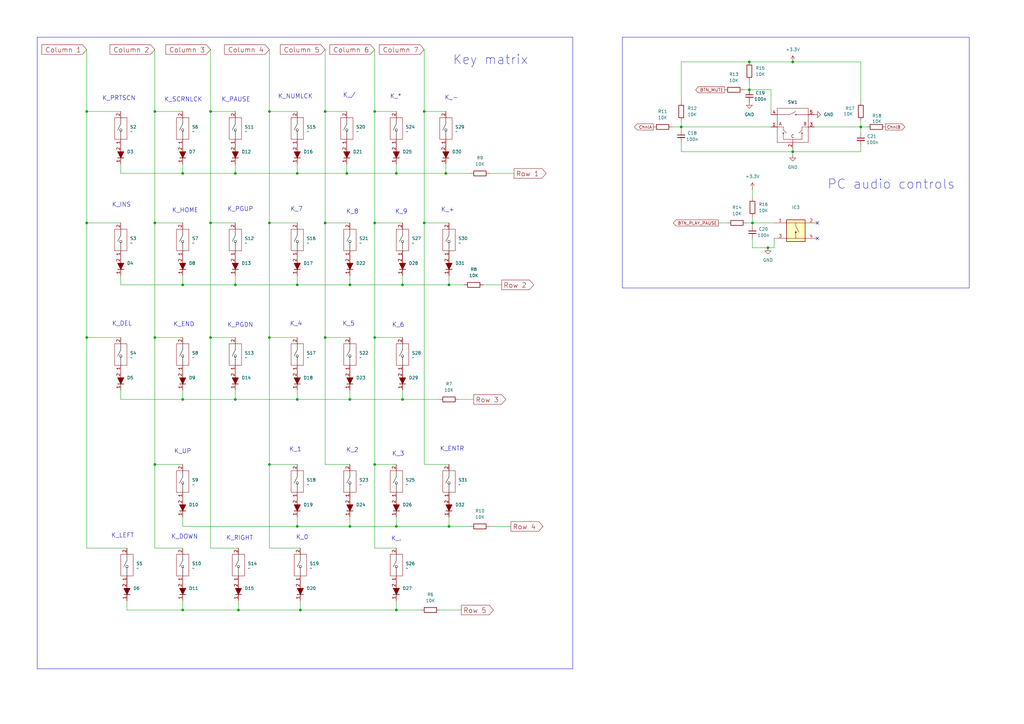
<source format=kicad_sch>
(kicad_sch (version 20250114) (generator "eeschema") (generator_version "9.0")
  (paper "A3")
  (rectangle (start 255.27 15.24) (end 397.51 118.11))
  (rectangle (start 15.24 15.24) (end 234.95 274.32))
  (text "K_NUMLCK\n" (at 121.158 39.624 0) (effects (font (size 1.8 1.8))))
  (text "K_END\n" (at 75.438 133.096 0) (effects (font (size 1.8 1.8))))
  (text "K_." (at 162.56 220.98 0) (effects (font (size 1.8 1.8))))
  (text "K_7\n" (at 121.666 85.852 0) (effects (font (size 1.8 1.8))))
  (text "K_UP" (at 74.93 185.166 0) (effects (font (size 1.8 1.8))))
  (text "PC audio controls" (at 365.506 75.692 0) (effects (font (size 3.81 3.81))))
  (text "K_ENTR" (at 185.42 184.15 0) (effects (font (size 1.8 1.8))))
  (text "K_-" (at 185.166 40.132 0) (effects (font (size 1.8 1.8))))
  (text "K_1" (at 121.158 184.404 0) (effects (font (size 1.8 1.8))))
  (text "K_4" (at 121.412 132.842 0) (effects (font (size 1.8 1.8))))
  (text "K_DEL" (at 50.038 132.842 0) (effects (font (size 1.8 1.8))))
  (text "K_HOME\n" (at 75.946 86.36 0) (effects (font (size 1.8 1.8))))
  (text "K_0" (at 123.952 220.472 0) (effects (font (size 1.8 1.8))))
  (text "K_INS\n" (at 49.784 84.074 0) (effects (font (size 1.8 1.8))))
  (text "K_PAUSE\n" (at 96.774 40.894 0) (effects (font (size 1.8 1.8))))
  (text "K_9" (at 164.592 86.868 0) (effects (font (size 1.8 1.8))))
  (text "Key matrix" (at 201.168 24.638 0) (effects (font (size 3.81 3.81))))
  (text "K_LEFT" (at 50.292 219.71 0) (effects (font (size 1.8 1.8))))
  (text "K_RIGHT\n" (at 98.298 220.726 0) (effects (font (size 1.8 1.8))))
  (text "K_*\n" (at 162.306 39.624 0) (effects (font (size 1.8 1.8))))
  (text "K_6" (at 163.322 133.35 0) (effects (font (size 1.8 1.8))))
  (text "K_8" (at 144.526 86.868 0) (effects (font (size 1.8 1.8))))
  (text "K_SCRNLCK\n" (at 75.184 40.894 0) (effects (font (size 1.8 1.8))))
  (text "K_2" (at 144.526 184.658 0) (effects (font (size 1.8 1.8))))
  (text "K_PGDN" (at 98.552 133.35 0) (effects (font (size 1.8 1.8))))
  (text "K_/" (at 143.256 39.116 0) (effects (font (size 1.8 1.8))))
  (text "K_PGUP\n" (at 98.552 85.852 0) (effects (font (size 1.8 1.8))))
  (text "K_PRTSCN" (at 48.768 40.386 0) (effects (font (size 1.8 1.8))))
  (text "K_3" (at 163.322 186.182 0) (effects (font (size 1.8 1.8))))
  (text "K_DOWN" (at 75.692 220.218 0) (effects (font (size 1.8 1.8))))
  (text "K_+" (at 183.642 86.106 0) (effects (font (size 1.8 1.8))))
  (text "K_5" (at 143.002 132.842 0) (effects (font (size 1.8 1.8))))
  (junction (at 86.36 138.43))
  (junction (at 325.12 62.23))
  (junction (at 308.61 91.44))
  (junction (at 182.88 71.12))
  (junction (at 121.92 116.84))
  (junction (at 63.5 91.44))
  (junction (at 121.92 71.12))
  (junction (at 133.35 45.72))
  (junction (at 35.56 91.44))
  (junction (at 325.12 25.4))
  (junction (at 173.99 91.44))
  (junction (at 74.93 71.12))
  (junction (at 165.1 116.84))
  (junction (at 133.35 91.44))
  (junction (at 143.51 163.83))
  (junction (at 123.19 250.19))
  (junction (at 121.92 215.9))
  (junction (at 110.49 190.5))
  (junction (at 153.67 91.44))
  (junction (at 153.67 190.5))
  (junction (at 279.4 52.07))
  (junction (at 110.49 138.43))
  (junction (at 162.56 71.12))
  (junction (at 74.93 163.83))
  (junction (at 353.06 52.07))
  (junction (at 63.5 45.72))
  (junction (at 121.92 163.83))
  (junction (at 314.96 101.6))
  (junction (at 307.34 36.83))
  (junction (at 35.56 138.43))
  (junction (at 162.56 215.9))
  (junction (at 133.35 138.43))
  (junction (at 63.5 138.43))
  (junction (at 184.15 116.84))
  (junction (at 110.49 91.44))
  (junction (at 173.99 45.72))
  (junction (at 162.56 250.19))
  (junction (at 86.36 45.72))
  (junction (at 74.93 250.19))
  (junction (at 110.49 45.72))
  (junction (at 74.93 116.84))
  (junction (at 143.51 215.9))
  (junction (at 165.1 163.83))
  (junction (at 63.5 190.5))
  (junction (at 96.52 116.84))
  (junction (at 184.15 215.9))
  (junction (at 153.67 45.72))
  (junction (at 97.79 250.19))
  (junction (at 153.67 138.43))
  (junction (at 96.52 71.12))
  (junction (at 96.52 163.83))
  (junction (at 86.36 91.44))
  (junction (at 143.51 116.84))
  (junction (at 307.34 25.4))
  (junction (at 35.56 45.72))
  (junction (at 142.24 71.12))
  (no_connect (at 335.28 97.79))
  (no_connect (at 335.28 91.44))
  (wire (pts (xy 121.92 163.83) (xy 143.51 163.83)))
  (wire (pts (xy 35.56 224.79) (xy 52.07 224.79)))
  (wire (pts (xy 308.61 101.6) (xy 314.96 101.6)))
  (wire (pts (xy 308.61 81.28) (xy 308.61 77.47)))
  (wire (pts (xy 35.56 138.43) (xy 49.53 138.43)))
  (wire (pts (xy 121.92 67.31) (xy 121.92 71.12)))
  (wire (pts (xy 96.52 113.03) (xy 96.52 116.84)))
  (wire (pts (xy 110.49 91.44) (xy 121.92 91.44)))
  (wire (pts (xy 35.56 45.72) (xy 49.53 45.72)))
  (wire (pts (xy 35.56 20.32) (xy 35.56 45.72)))
  (wire (pts (xy 184.15 212.09) (xy 184.15 215.9)))
  (wire (pts (xy 86.36 45.72) (xy 86.36 91.44)))
  (wire (pts (xy 325.12 62.23) (xy 325.12 63.5)))
  (wire (pts (xy 74.93 215.9) (xy 121.92 215.9)))
  (wire (pts (xy 110.49 138.43) (xy 121.92 138.43)))
  (wire (pts (xy 200.66 215.9) (xy 209.55 215.9)))
  (wire (pts (xy 173.99 45.72) (xy 182.88 45.72)))
  (wire (pts (xy 63.5 190.5) (xy 63.5 224.79)))
  (wire (pts (xy 308.61 88.9) (xy 308.61 91.44)))
  (wire (pts (xy 184.15 113.03) (xy 184.15 116.84)))
  (wire (pts (xy 143.51 163.83) (xy 165.1 163.83)))
  (wire (pts (xy 63.5 45.72) (xy 63.5 91.44)))
  (wire (pts (xy 86.36 224.79) (xy 97.79 224.79)))
  (wire (pts (xy 86.36 45.72) (xy 96.52 45.72)))
  (wire (pts (xy 198.12 116.84) (xy 205.74 116.84)))
  (wire (pts (xy 110.49 190.5) (xy 121.92 190.5)))
  (wire (pts (xy 307.34 36.83) (xy 316.23 36.83)))
  (wire (pts (xy 316.23 46.99) (xy 316.23 36.83)))
  (wire (pts (xy 153.67 91.44) (xy 165.1 91.44)))
  (wire (pts (xy 307.34 33.02) (xy 307.34 36.83)))
  (wire (pts (xy 353.06 52.07) (xy 355.6 52.07)))
  (wire (pts (xy 123.19 246.38) (xy 123.19 250.19)))
  (wire (pts (xy 63.5 138.43) (xy 63.5 190.5)))
  (wire (pts (xy 162.56 215.9) (xy 184.15 215.9)))
  (wire (pts (xy 308.61 91.44) (xy 308.61 92.71)))
  (wire (pts (xy 52.07 246.38) (xy 52.07 250.19)))
  (wire (pts (xy 143.51 138.43) (xy 133.35 138.43)))
  (wire (pts (xy 165.1 160.02) (xy 165.1 163.83)))
  (wire (pts (xy 133.35 20.32) (xy 133.35 45.72)))
  (wire (pts (xy 334.01 52.07) (xy 353.06 52.07)))
  (wire (pts (xy 121.92 160.02) (xy 121.92 163.83)))
  (wire (pts (xy 96.52 163.83) (xy 121.92 163.83)))
  (wire (pts (xy 49.53 160.02) (xy 49.53 163.83)))
  (wire (pts (xy 35.56 138.43) (xy 35.56 224.79)))
  (wire (pts (xy 74.93 163.83) (xy 96.52 163.83)))
  (wire (pts (xy 162.56 250.19) (xy 172.72 250.19)))
  (wire (pts (xy 353.06 52.07) (xy 353.06 54.61)))
  (wire (pts (xy 279.4 52.07) (xy 316.23 52.07)))
  (wire (pts (xy 96.52 67.31) (xy 96.52 71.12)))
  (wire (pts (xy 325.12 60.96) (xy 325.12 62.23)))
  (wire (pts (xy 165.1 116.84) (xy 184.15 116.84)))
  (wire (pts (xy 142.24 71.12) (xy 162.56 71.12)))
  (wire (pts (xy 97.79 246.38) (xy 97.79 250.19)))
  (wire (pts (xy 153.67 20.32) (xy 153.67 45.72)))
  (wire (pts (xy 74.93 250.19) (xy 97.79 250.19)))
  (wire (pts (xy 200.66 71.12) (xy 210.82 71.12)))
  (wire (pts (xy 123.19 250.19) (xy 162.56 250.19)))
  (wire (pts (xy 182.88 67.31) (xy 182.88 71.12)))
  (wire (pts (xy 308.61 91.44) (xy 317.5 91.44)))
  (wire (pts (xy 97.79 250.19) (xy 123.19 250.19)))
  (wire (pts (xy 153.67 45.72) (xy 153.67 91.44)))
  (wire (pts (xy 184.15 116.84) (xy 190.5 116.84)))
  (wire (pts (xy 353.06 25.4) (xy 353.06 41.91)))
  (wire (pts (xy 133.35 190.5) (xy 143.51 190.5)))
  (wire (pts (xy 49.53 67.31) (xy 49.53 71.12)))
  (wire (pts (xy 49.53 116.84) (xy 74.93 116.84)))
  (wire (pts (xy 63.5 190.5) (xy 74.93 190.5)))
  (wire (pts (xy 121.92 71.12) (xy 142.24 71.12)))
  (wire (pts (xy 165.1 163.83) (xy 180.34 163.83)))
  (wire (pts (xy 279.4 49.53) (xy 279.4 52.07)))
  (wire (pts (xy 162.56 246.38) (xy 162.56 250.19)))
  (wire (pts (xy 173.99 45.72) (xy 173.99 91.44)))
  (wire (pts (xy 63.5 224.79) (xy 74.93 224.79)))
  (wire (pts (xy 110.49 20.32) (xy 110.49 45.72)))
  (wire (pts (xy 279.4 25.4) (xy 307.34 25.4)))
  (wire (pts (xy 308.61 97.79) (xy 308.61 101.6)))
  (wire (pts (xy 142.24 67.31) (xy 142.24 71.12)))
  (wire (pts (xy 110.49 224.79) (xy 123.19 224.79)))
  (wire (pts (xy 279.4 25.4) (xy 279.4 41.91)))
  (wire (pts (xy 184.15 215.9) (xy 193.04 215.9)))
  (wire (pts (xy 279.4 62.23) (xy 325.12 62.23)))
  (wire (pts (xy 96.52 116.84) (xy 121.92 116.84)))
  (wire (pts (xy 49.53 113.03) (xy 49.53 116.84)))
  (wire (pts (xy 133.35 45.72) (xy 142.24 45.72)))
  (wire (pts (xy 165.1 113.03) (xy 165.1 116.84)))
  (wire (pts (xy 153.67 224.79) (xy 162.56 224.79)))
  (wire (pts (xy 49.53 71.12) (xy 74.93 71.12)))
  (wire (pts (xy 317.5 101.6) (xy 314.96 101.6)))
  (wire (pts (xy 63.5 45.72) (xy 74.93 45.72)))
  (wire (pts (xy 153.67 190.5) (xy 162.56 190.5)))
  (wire (pts (xy 86.36 138.43) (xy 86.36 224.79)))
  (wire (pts (xy 153.67 138.43) (xy 153.67 190.5)))
  (wire (pts (xy 96.52 71.12) (xy 121.92 71.12)))
  (wire (pts (xy 63.5 91.44) (xy 74.93 91.44)))
  (wire (pts (xy 143.51 212.09) (xy 143.51 215.9)))
  (wire (pts (xy 63.5 138.43) (xy 74.93 138.43)))
  (wire (pts (xy 110.49 45.72) (xy 121.92 45.72)))
  (wire (pts (xy 187.96 163.83) (xy 194.31 163.83)))
  (wire (pts (xy 353.06 62.23) (xy 325.12 62.23)))
  (wire (pts (xy 143.51 113.03) (xy 143.51 116.84)))
  (wire (pts (xy 110.49 190.5) (xy 110.49 224.79)))
  (wire (pts (xy 162.56 71.12) (xy 182.88 71.12)))
  (wire (pts (xy 121.92 215.9) (xy 143.51 215.9)))
  (wire (pts (xy 143.51 116.84) (xy 165.1 116.84)))
  (wire (pts (xy 153.67 190.5) (xy 153.67 224.79)))
  (wire (pts (xy 279.4 58.42) (xy 279.4 62.23)))
  (wire (pts (xy 74.93 113.03) (xy 74.93 116.84)))
  (wire (pts (xy 173.99 20.32) (xy 173.99 45.72)))
  (wire (pts (xy 306.07 91.44) (xy 308.61 91.44)))
  (wire (pts (xy 86.36 20.32) (xy 86.36 45.72)))
  (wire (pts (xy 275.59 52.07) (xy 279.4 52.07)))
  (wire (pts (xy 63.5 20.32) (xy 63.5 45.72)))
  (wire (pts (xy 173.99 91.44) (xy 173.99 190.5)))
  (wire (pts (xy 153.67 138.43) (xy 165.1 138.43)))
  (wire (pts (xy 86.36 138.43) (xy 96.52 138.43)))
  (wire (pts (xy 35.56 45.72) (xy 35.56 91.44)))
  (wire (pts (xy 74.93 160.02) (xy 74.93 163.83)))
  (wire (pts (xy 110.49 138.43) (xy 110.49 190.5)))
  (wire (pts (xy 307.34 25.4) (xy 325.12 25.4)))
  (wire (pts (xy 153.67 45.72) (xy 162.56 45.72)))
  (wire (pts (xy 121.92 212.09) (xy 121.92 215.9)))
  (wire (pts (xy 35.56 91.44) (xy 49.53 91.44)))
  (wire (pts (xy 353.06 59.69) (xy 353.06 62.23)))
  (wire (pts (xy 317.5 97.79) (xy 317.5 101.6)))
  (wire (pts (xy 325.12 25.4) (xy 353.06 25.4)))
  (wire (pts (xy 180.34 250.19) (xy 189.23 250.19)))
  (wire (pts (xy 74.93 67.31) (xy 74.93 71.12)))
  (wire (pts (xy 143.51 160.02) (xy 143.51 163.83)))
  (wire (pts (xy 49.53 163.83) (xy 74.93 163.83)))
  (wire (pts (xy 173.99 190.5) (xy 184.15 190.5)))
  (wire (pts (xy 279.4 52.07) (xy 279.4 53.34)))
  (wire (pts (xy 74.93 212.09) (xy 74.93 215.9)))
  (wire (pts (xy 133.35 91.44) (xy 133.35 138.43)))
  (wire (pts (xy 162.56 212.09) (xy 162.56 215.9)))
  (wire (pts (xy 74.93 116.84) (xy 96.52 116.84)))
  (wire (pts (xy 153.67 91.44) (xy 153.67 138.43)))
  (wire (pts (xy 133.35 45.72) (xy 133.35 91.44)))
  (wire (pts (xy 133.35 138.43) (xy 133.35 190.5)))
  (wire (pts (xy 162.56 67.31) (xy 162.56 71.12)))
  (wire (pts (xy 110.49 91.44) (xy 110.49 138.43)))
  (wire (pts (xy 74.93 71.12) (xy 96.52 71.12)))
  (wire (pts (xy 52.07 250.19) (xy 74.93 250.19)))
  (wire (pts (xy 353.06 49.53) (xy 353.06 52.07)))
  (wire (pts (xy 74.93 246.38) (xy 74.93 250.19)))
  (wire (pts (xy 35.56 91.44) (xy 35.56 138.43)))
  (wire (pts (xy 304.8 36.83) (xy 307.34 36.83)))
  (wire (pts (xy 143.51 215.9) (xy 162.56 215.9)))
  (wire (pts (xy 173.99 91.44) (xy 184.15 91.44)))
  (wire (pts (xy 121.92 116.84) (xy 143.51 116.84)))
  (wire (pts (xy 96.52 91.44) (xy 86.36 91.44)))
  (wire (pts (xy 110.49 45.72) (xy 110.49 91.44)))
  (wire (pts (xy 133.35 91.44) (xy 143.51 91.44)))
  (wire (pts (xy 86.36 91.44) (xy 86.36 138.43)))
  (wire (pts (xy 121.92 113.03) (xy 121.92 116.84)))
  (wire (pts (xy 96.52 160.02) (xy 96.52 163.83)))
  (wire (pts (xy 182.88 71.12) (xy 193.04 71.12)))
  (wire (pts (xy 63.5 91.44) (xy 63.5 138.43)))
  (wire (pts (xy 294.64 91.44) (xy 298.45 91.44)))
  (global_label "Column 2" (shape input) (at 63.5 20.32 180) (effects (font (size 2 2))) (property "Intersheetrefs" "${INTERSHEET_REFS}" (effects (hide yes))))
  (global_label "Column 5" (shape input) (at 133.35 20.32 180) (effects (font (size 2 2))) (property "Intersheetrefs" "${INTERSHEET_REFS}" (effects (hide yes))))
  (global_label "Column 3" (shape input) (at 86.36 20.32 180) (effects (font (size 2 2))) (property "Intersheetrefs" "${INTERSHEET_REFS}" (effects (hide yes))))
  (global_label "Row 5" (shape output) (at 189.23 250.19 0) (effects (font (size 2 2))) (property "Intersheetrefs" "${INTERSHEET_REFS}" (effects (hide yes))))
  (global_label "Column 6" (shape input) (at 153.67 20.32 180) (effects (font (size 2 2))) (property "Intersheetrefs" "${INTERSHEET_REFS}" (effects (hide yes))))
  (global_label "Column 4" (shape input) (at 110.49 20.32 180) (effects (font (size 2 2))) (property "Intersheetrefs" "${INTERSHEET_REFS}" (effects (hide yes))))
  (global_label "Row 1" (shape output) (at 210.82 71.12 0) (effects (font (size 2 2))) (property "Intersheetrefs" "${INTERSHEET_REFS}" (effects (hide yes))))
  (global_label "BTN_MUTE" (shape output) (at 297.18 36.83 180) (property "Intersheetrefs" "${INTERSHEET_REFS}" (effects (hide yes))))
  (global_label "Row 3" (shape output) (at 194.31 163.83 0) (effects (font (size 2 2))) (property "Intersheetrefs" "${INTERSHEET_REFS}" (effects (hide yes))))
  (global_label "Column 7" (shape input) (at 173.99 20.32 180) (effects (font (size 2 2))) (property "Intersheetrefs" "${INTERSHEET_REFS}" (effects (hide yes))))
  (global_label "ChnlA" (shape output) (at 267.97 52.07 180) (property "Intersheetrefs" "${INTERSHEET_REFS}" (effects (hide yes))))
  (global_label "BTN_PLAY_PAUSE" (shape output) (at 294.64 91.44 180) (property "Intersheetrefs" "${INTERSHEET_REFS}" (effects (hide yes))))
  (global_label "ChnlB" (shape output) (at 363.22 52.07 0) (property "Intersheetrefs" "${INTERSHEET_REFS}" (effects (hide yes))))
  (global_label "Column 1" (shape input) (at 35.56 20.32 180) (effects (font (size 2 2))) (property "Intersheetrefs" "${INTERSHEET_REFS}" (effects (hide yes))))
  (global_label "Row 4" (shape output) (at 209.55 215.9 0) (effects (font (size 2 2))) (property "Intersheetrefs" "${INTERSHEET_REFS}" (effects (hide yes))))
  (global_label "Row 2" (shape output) (at 205.74 116.84 0) (effects (font (size 2 2))) (property "Intersheetrefs" "${INTERSHEET_REFS}" (effects (hide yes))))
  (symbol (lib_id "Khali_MX_KEY:Khali_MX") (at 71.12 53.34 90) (unit 1)
    (property "Reference" "S6" (at 78.74 52.0699 90) (effects (justify right)))
    (property "Value" "~" (at 78.74 53.975 90) (effects (justify right)))
    (property "Footprint" "Cherry MX:Cherry-MX_PCB-Mounted_LTST-A683CEGBW_Kailh_Socket" (effects (hide yes)))
  )
  (symbol (lib_id "Device:R") (at 194.31 116.84 90) (unit 1)
    (property "Reference" "R8" (at 194.31 110.49 90))
    (property "Value" "10K" (at 194.31 113.03 90))
    (property "Footprint" "Resistor_SMD:R_0603_1608Metric_Pad0.98x0.95mm_HandSolder" (effects (hide yes)))
    (property "Description" "Resistor" (effects (hide yes)))
  )
  (symbol (lib_id "Khali_MX_KEY:Khali_MX") (at 48.26 232.41 90) (unit 1)
    (property "Reference" "S5" (at 55.88 231.1399 90) (effects (justify right)))
    (property "Value" "~" (at 55.88 233.045 90) (effects (justify right)))
    (property "Footprint" "Cherry MX:Cherry-MX_PCB-Mounted_LTST-A683CEGBW_Kailh_Socket" (effects (hide yes)))
  )
  (symbol (lib_name "1N4148W_1") (lib_id "1N4148W:1N4148W") (at 121.92 214.63 90) (unit 1)
    (property "Reference" "D19" (at 124.46 207.0099 90) (effects (justify right)))
    (property "Value" "1N4148W" (effects (hide yes)))
    (property "Footprint" "1N4148:SODFL3816X120N" (effects (hide yes)))
    (property "Datasheet" "https://diotec.com/request/datasheet/1n4148w.pdf" (effects (hide yes)))
    (property "Description" "Rectifier Diode Small Signal Switching 100V 0.15A 4ns 2-Pin SOD-123F T/R" (effects (hide yes)))
    (property "Height" "1.2" (effects (hide yes)))
    (property "Manufacturer_Name" "Diotec" (effects (hide yes)))
    (property "Manufacturer_Part_Number" "1N4148W" (effects (hide yes)))
    (property "Mouser Part Number" "637-1N4148W" (effects (hide yes)))
    (property "Mouser Price/Stock" "https://www.mouser.co.uk/ProductDetail/Diotec-Semiconductor/1N4148W?qs=OlC7AqGiEDmsbkbAeXQtXg%3D%3D" (effects (hide yes)))
    (property "Arrow Part Number" "1N4148W" (effects (hide yes)))
    (property "Arrow Price/Stock" "https://www.arrow.com/en/products/1n4148w/diotec-semiconductor-ag?region=europe" (effects (hide yes)))
  )
  (symbol (lib_name "1N4148W_1") (lib_id "1N4148W:1N4148W") (at 121.92 162.56 90) (unit 1)
    (property "Reference" "D18" (at 124.46 154.9399 90) (effects (justify right)))
    (property "Value" "1N4148W" (effects (hide yes)))
    (property "Footprint" "1N4148:SODFL3816X120N" (effects (hide yes)))
    (property "Datasheet" "https://diotec.com/request/datasheet/1n4148w.pdf" (effects (hide yes)))
    (property "Description" "Rectifier Diode Small Signal Switching 100V 0.15A 4ns 2-Pin SOD-123F T/R" (effects (hide yes)))
    (property "Height" "1.2" (effects (hide yes)))
    (property "Manufacturer_Name" "Diotec" (effects (hide yes)))
    (property "Manufacturer_Part_Number" "1N4148W" (effects (hide yes)))
    (property "Mouser Part Number" "637-1N4148W" (effects (hide yes)))
    (property "Mouser Price/Stock" "https://www.mouser.co.uk/ProductDetail/Diotec-Semiconductor/1N4148W?qs=OlC7AqGiEDmsbkbAeXQtXg%3D%3D" (effects (hide yes)))
    (property "Arrow Part Number" "1N4148W" (effects (hide yes)))
    (property "Arrow Price/Stock" "https://www.arrow.com/en/products/1n4148w/diotec-semiconductor-ag?region=europe" (effects (hide yes)))
  )
  (symbol (lib_id "Khali_MX_KEY:Khali_MX") (at 45.72 99.06 90) (unit 1)
    (property "Reference" "S3" (at 53.34 97.7899 90) (effects (justify right)))
    (property "Value" "~" (at 53.34 99.695 90) (effects (justify right)))
    (property "Footprint" "Cherry MX:Cherry-MX_PCB-Mounted_LTST-A683CEGBW_Kailh_Socket" (effects (hide yes)))
  )
  (symbol (lib_id "Khali_MX_KEY:Khali_MX") (at 118.11 198.12 90) (unit 1)
    (property "Reference" "S18" (at 125.73 196.8499 90) (effects (justify right)))
    (property "Value" "~" (at 125.73 198.755 90) (effects (justify right)))
    (property "Footprint" "Cherry MX:Cherry-MX_PCB-Mounted_LTST-A683CEGBW_Kailh_Socket" (effects (hide yes)))
  )
  (symbol (lib_id "Device:R") (at 279.4 45.72 0) (unit 1)
    (property "Reference" "R12" (at 281.94 44.4499 0) (effects (justify left)))
    (property "Value" "10K" (at 281.94 46.9899 0) (effects (justify left)))
    (property "Footprint" "Resistor_SMD:R_0603_1608Metric_Pad0.98x0.95mm_HandSolder" (effects (hide yes)))
    (property "Description" "Resistor" (effects (hide yes)))
  )
  (symbol (lib_name "1N4148W_1") (lib_id "1N4148W:1N4148W") (at 143.51 214.63 90) (unit 1)
    (property "Reference" "D24" (at 146.05 207.0099 90) (effects (justify right)))
    (property "Value" "1N4148W" (effects (hide yes)))
    (property "Footprint" "1N4148:SODFL3816X120N" (effects (hide yes)))
    (property "Datasheet" "https://diotec.com/request/datasheet/1n4148w.pdf" (effects (hide yes)))
    (property "Description" "Rectifier Diode Small Signal Switching 100V 0.15A 4ns 2-Pin SOD-123F T/R" (effects (hide yes)))
    (property "Height" "1.2" (effects (hide yes)))
    (property "Manufacturer_Name" "Diotec" (effects (hide yes)))
    (property "Manufacturer_Part_Number" "1N4148W" (effects (hide yes)))
    (property "Mouser Part Number" "637-1N4148W" (effects (hide yes)))
    (property "Mouser Price/Stock" "https://www.mouser.co.uk/ProductDetail/Diotec-Semiconductor/1N4148W?qs=OlC7AqGiEDmsbkbAeXQtXg%3D%3D" (effects (hide yes)))
    (property "Arrow Part Number" "1N4148W" (effects (hide yes)))
    (property "Arrow Price/Stock" "https://www.arrow.com/en/products/1n4148w/diotec-semiconductor-ag?region=europe" (effects (hide yes)))
  )
  (symbol (lib_name "1N4148W_1") (lib_id "1N4148W:1N4148W") (at 143.51 115.57 90) (unit 1)
    (property "Reference" "D22" (at 146.05 107.9499 90) (effects (justify right)))
    (property "Value" "1N4148W" (effects (hide yes)))
    (property "Footprint" "1N4148:SODFL3816X120N" (effects (hide yes)))
    (property "Datasheet" "https://diotec.com/request/datasheet/1n4148w.pdf" (effects (hide yes)))
    (property "Description" "Rectifier Diode Small Signal Switching 100V 0.15A 4ns 2-Pin SOD-123F T/R" (effects (hide yes)))
    (property "Height" "1.2" (effects (hide yes)))
    (property "Manufacturer_Name" "Diotec" (effects (hide yes)))
    (property "Manufacturer_Part_Number" "1N4148W" (effects (hide yes)))
    (property "Mouser Part Number" "637-1N4148W" (effects (hide yes)))
    (property "Mouser Price/Stock" "https://www.mouser.co.uk/ProductDetail/Diotec-Semiconductor/1N4148W?qs=OlC7AqGiEDmsbkbAeXQtXg%3D%3D" (effects (hide yes)))
    (property "Arrow Part Number" "1N4148W" (effects (hide yes)))
    (property "Arrow Price/Stock" "https://www.arrow.com/en/products/1n4148w/diotec-semiconductor-ag?region=europe" (effects (hide yes)))
  )
  (symbol (lib_id "power:GND") (at 334.01 46.99 90) (unit 1)
    (property "Reference" "#PWR022" (effects (hide yes)))
    (property "Value" "GND" (at 337.82 46.9899 90) (effects (justify right)))
    (property "Description" "Power symbol creates a global label with name \"GND\" , ground" (effects (hide yes)))
  )
  (symbol (lib_id "Device:R") (at 196.85 71.12 90) (unit 1)
    (property "Reference" "R9" (at 196.85 64.77 90))
    (property "Value" "10K" (at 196.85 67.31 90))
    (property "Footprint" "Resistor_SMD:R_0603_1608Metric_Pad0.98x0.95mm_HandSolder" (effects (hide yes)))
    (property "Description" "Resistor" (effects (hide yes)))
  )
  (symbol (lib_name "PEC12R-4125F-S0012_1") (lib_id "PEC12R-4125F-S0012:PEC12R-4125F-S0012") (at 313.69 50.8 0) (unit 1)
    (property "Reference" "SW1" (at 325.12 41.91 0))
    (property "Value" "PEC12R-4125F-S0012" (effects (hide yes)))
    (property "Footprint" "PEC12R4125FS0012:PEC12R4125FS0012" (effects (hide yes)))
    (property "Datasheet" "https://www.bourns.com/docs/Product-Datasheets/PEC12R.pdf" (effects (hide yes)))
    (property "Description" "BOURNS - PEC12R-4125F-S0012 - INCREMENTAL ENCODER, 2CH, 100RPM, 5VDC" (effects (hide yes)))
    (property "Height" "25.5" (effects (hide yes)))
    (property "Manufacturer_Name" "Bourns" (effects (hide yes)))
    (property "Manufacturer_Part_Number" "PEC12R-4125F-S0012" (effects (hide yes)))
    (property "Mouser Part Number" "652-PEC12R-4125F-S12" (effects (hide yes)))
    (property "Mouser Price/Stock" "https://www.mouser.co.uk/ProductDetail/Bourns/PEC12R-4125F-S0012?qs=Zq5ylnUbLm6gdBy8Ei%2FEGQ%3D%3D" (effects (hide yes)))
    (property "Arrow Part Number" "PEC12R-4125F-S0012" (effects (hide yes)))
    (property "Arrow Price/Stock" "https://www.arrow.com/en/products/pec12r-4125f-s0012/bourns" (effects (hide yes)))
  )
  (symbol (lib_id "power:+3.3V") (at 325.12 25.4 0) (unit 1)
    (property "Reference" "#PWR020" (effects (hide yes)))
    (property "Value" "+3.3V" (at 325.12 20.32 0))
    (property "Description" "Power symbol creates a global label with name \"+3.3V\"" (effects (hide yes)))
  )
  (symbol (lib_id "Khali_MX_KEY:Khali_MX") (at 71.12 99.06 90) (unit 1)
    (property "Reference" "S7" (at 78.74 97.7899 90) (effects (justify right)))
    (property "Value" "~" (at 78.74 99.695 90) (effects (justify right)))
    (property "Footprint" "Cherry MX:Cherry-MX_PCB-Mounted_LTST-A683CEGBW_Kailh_Socket" (effects (hide yes)))
  )
  (symbol (lib_name "1N4148W_1") (lib_id "1N4148W:1N4148W") (at 74.93 69.85 90) (unit 1)
    (property "Reference" "D7" (at 77.47 62.2299 90) (effects (justify right)))
    (property "Value" "1N4148W" (effects (hide yes)))
    (property "Footprint" "1N4148:SODFL3816X120N" (effects (hide yes)))
    (property "Datasheet" "https://diotec.com/request/datasheet/1n4148w.pdf" (effects (hide yes)))
    (property "Description" "Rectifier Diode Small Signal Switching 100V 0.15A 4ns 2-Pin SOD-123F T/R" (effects (hide yes)))
    (property "Height" "1.2" (effects (hide yes)))
    (property "Manufacturer_Name" "Diotec" (effects (hide yes)))
    (property "Manufacturer_Part_Number" "1N4148W" (effects (hide yes)))
    (property "Mouser Part Number" "637-1N4148W" (effects (hide yes)))
    (property "Mouser Price/Stock" "https://www.mouser.co.uk/ProductDetail/Diotec-Semiconductor/1N4148W?qs=OlC7AqGiEDmsbkbAeXQtXg%3D%3D" (effects (hide yes)))
    (property "Arrow Part Number" "1N4148W" (effects (hide yes)))
    (property "Arrow Price/Stock" "https://www.arrow.com/en/products/1n4148w/diotec-semiconductor-ag?region=europe" (effects (hide yes)))
  )
  (symbol (lib_id "Khali_MX_KEY:Khali_MX") (at 161.29 146.05 90) (unit 1)
    (property "Reference" "S28" (at 168.91 144.7799 90) (effects (justify right)))
    (property "Value" "~" (at 168.91 146.685 90) (effects (justify right)))
    (property "Footprint" "Cherry MX:Cherry-MX_PCB-Mounted_LTST-A683CEGBW_Kailh_Socket" (effects (hide yes)))
  )
  (symbol (lib_id "Khali_MX_KEY:Khali_MX") (at 93.98 232.41 90) (unit 1)
    (property "Reference" "S14" (at 101.6 231.1399 90) (effects (justify right)))
    (property "Value" "~" (at 101.6 233.045 90) (effects (justify right)))
    (property "Footprint" "Cherry MX:Cherry-MX_PCB-Mounted_LTST-A683CEGBW_Kailh_Socket" (effects (hide yes)))
  )
  (symbol (lib_id "Khali_MX_KEY:Khali_MX") (at 158.75 198.12 90) (unit 1)
    (property "Reference" "S25" (at 166.37 196.8499 90) (effects (justify right)))
    (property "Value" "~" (at 166.37 198.755 90) (effects (justify right)))
    (property "Footprint" "Cherry MX:Cherry-MX_PCB-Mounted_LTST-A683CEGBW_Kailh_Socket" (effects (hide yes)))
  )
  (symbol (lib_name "1N4148W_1") (lib_id "1N4148W:1N4148W") (at 52.07 248.92 90) (unit 1)
    (property "Reference" "D6" (at 54.61 241.2999 90) (effects (justify right)))
    (property "Value" "1N4148W" (effects (hide yes)))
    (property "Footprint" "1N4148:SODFL3816X120N" (effects (hide yes)))
    (property "Datasheet" "https://diotec.com/request/datasheet/1n4148w.pdf" (effects (hide yes)))
    (property "Description" "Rectifier Diode Small Signal Switching 100V 0.15A 4ns 2-Pin SOD-123F T/R" (effects (hide yes)))
    (property "Height" "1.2" (effects (hide yes)))
    (property "Manufacturer_Name" "Diotec" (effects (hide yes)))
    (property "Manufacturer_Part_Number" "1N4148W" (effects (hide yes)))
    (property "Mouser Part Number" "637-1N4148W" (effects (hide yes)))
    (property "Mouser Price/Stock" "https://www.mouser.co.uk/ProductDetail/Diotec-Semiconductor/1N4148W?qs=OlC7AqGiEDmsbkbAeXQtXg%3D%3D" (effects (hide yes)))
    (property "Arrow Part Number" "1N4148W" (effects (hide yes)))
    (property "Arrow Price/Stock" "https://www.arrow.com/en/products/1n4148w/diotec-semiconductor-ag?region=europe" (effects (hide yes)))
  )
  (symbol (lib_name "1N4148W_1") (lib_id "1N4148W:1N4148W") (at 182.88 69.85 90) (unit 1)
    (property "Reference" "D30" (at 185.42 62.2299 90) (effects (justify right)))
    (property "Value" "1N4148W" (effects (hide yes)))
    (property "Footprint" "1N4148:SODFL3816X120N" (effects (hide yes)))
    (property "Datasheet" "https://diotec.com/request/datasheet/1n4148w.pdf" (effects (hide yes)))
    (property "Description" "Rectifier Diode Small Signal Switching 100V 0.15A 4ns 2-Pin SOD-123F T/R" (effects (hide yes)))
    (property "Height" "1.2" (effects (hide yes)))
    (property "Manufacturer_Name" "Diotec" (effects (hide yes)))
    (property "Manufacturer_Part_Number" "1N4148W" (effects (hide yes)))
    (property "Mouser Part Number" "637-1N4148W" (effects (hide yes)))
    (property "Mouser Price/Stock" "https://www.mouser.co.uk/ProductDetail/Diotec-Semiconductor/1N4148W?qs=OlC7AqGiEDmsbkbAeXQtXg%3D%3D" (effects (hide yes)))
    (property "Arrow Part Number" "1N4148W" (effects (hide yes)))
    (property "Arrow Price/Stock" "https://www.arrow.com/en/products/1n4148w/diotec-semiconductor-ag?region=europe" (effects (hide yes)))
  )
  (symbol (lib_id "Khali_MX_KEY:Khali_MX") (at 158.75 53.34 90) (unit 1)
    (property "Reference" "S24" (at 166.37 52.0699 90) (effects (justify right)))
    (property "Value" "~" (at 166.37 53.975 90) (effects (justify right)))
    (property "Footprint" "Cherry MX:Cherry-MX_PCB-Mounted_LTST-A683CEGBW_Kailh_Socket" (effects (hide yes)))
  )
  (symbol (lib_id "power:GND") (at 314.96 101.6 0) (unit 1)
    (property "Reference" "#PWR019" (effects (hide yes)))
    (property "Value" "GND" (at 314.96 106.68 0))
    (property "Description" "Power symbol creates a global label with name \"GND\" , ground" (effects (hide yes)))
  )
  (symbol (lib_id "Khali_MX_KEY:Khali_MX") (at 119.38 232.41 90) (unit 1)
    (property "Reference" "S19" (at 127 231.1399 90) (effects (justify right)))
    (property "Value" "~" (at 127 233.045 90) (effects (justify right)))
    (property "Footprint" "Cherry MX:Cherry-MX_PCB-Mounted_LTST-A683CEGBW_Kailh_Socket" (effects (hide yes)))
  )
  (symbol (lib_name "1N4148W_1") (lib_id "1N4148W:1N4148W") (at 74.93 248.92 90) (unit 1)
    (property "Reference" "D11" (at 77.47 241.2999 90) (effects (justify right)))
    (property "Value" "1N4148W" (effects (hide yes)))
    (property "Footprint" "1N4148:SODFL3816X120N" (effects (hide yes)))
    (property "Datasheet" "https://diotec.com/request/datasheet/1n4148w.pdf" (effects (hide yes)))
    (property "Description" "Rectifier Diode Small Signal Switching 100V 0.15A 4ns 2-Pin SOD-123F T/R" (effects (hide yes)))
    (property "Height" "1.2" (effects (hide yes)))
    (property "Manufacturer_Name" "Diotec" (effects (hide yes)))
    (property "Manufacturer_Part_Number" "1N4148W" (effects (hide yes)))
    (property "Mouser Part Number" "637-1N4148W" (effects (hide yes)))
    (property "Mouser Price/Stock" "https://www.mouser.co.uk/ProductDetail/Diotec-Semiconductor/1N4148W?qs=OlC7AqGiEDmsbkbAeXQtXg%3D%3D" (effects (hide yes)))
    (property "Arrow Part Number" "1N4148W" (effects (hide yes)))
    (property "Arrow Price/Stock" "https://www.arrow.com/en/products/1n4148w/diotec-semiconductor-ag?region=europe" (effects (hide yes)))
  )
  (symbol (lib_id "Device:R") (at 184.15 163.83 90) (unit 1)
    (property "Reference" "R7" (at 184.15 157.48 90))
    (property "Value" "10K" (at 184.15 160.02 90))
    (property "Footprint" "Resistor_SMD:R_0603_1608Metric_Pad0.98x0.95mm_HandSolder" (effects (hide yes)))
    (property "Description" "Resistor" (effects (hide yes)))
  )
  (symbol (lib_id "Khali_MX_KEY:Khali_MX") (at 139.7 146.05 90) (unit 1)
    (property "Reference" "S22" (at 147.32 144.7799 90) (effects (justify right)))
    (property "Value" "~" (at 147.32 146.685 90) (effects (justify right)))
    (property "Footprint" "Cherry MX:Cherry-MX_PCB-Mounted_LTST-A683CEGBW_Kailh_Socket" (effects (hide yes)))
  )
  (symbol (lib_id "Khali_MX_KEY:Khali_MX") (at 118.11 99.06 90) (unit 1)
    (property "Reference" "S16" (at 125.73 97.7899 90) (effects (justify right)))
    (property "Value" "~" (at 125.73 99.695 90) (effects (justify right)))
    (property "Footprint" "Cherry MX:Cherry-MX_PCB-Mounted_LTST-A683CEGBW_Kailh_Socket" (effects (hide yes)))
  )
  (symbol (lib_id "power:GND") (at 307.34 41.91 0) (unit 1)
    (property "Reference" "#PWR017" (effects (hide yes)))
    (property "Value" "GND" (at 307.34 46.99 0))
    (property "Description" "Power symbol creates a global label with name \"GND\" , ground" (effects (hide yes)))
  )
  (symbol (lib_name "1N4148W_1") (lib_id "1N4148W:1N4148W") (at 49.53 115.57 90) (unit 1)
    (property "Reference" "D4" (at 52.07 107.9499 90) (effects (justify right)))
    (property "Value" "1N4148W" (effects (hide yes)))
    (property "Footprint" "1N4148:SODFL3816X120N" (effects (hide yes)))
    (property "Datasheet" "https://diotec.com/request/datasheet/1n4148w.pdf" (effects (hide yes)))
    (property "Description" "Rectifier Diode Small Signal Switching 100V 0.15A 4ns 2-Pin SOD-123F T/R" (effects (hide yes)))
    (property "Height" "1.2" (effects (hide yes)))
    (property "Manufacturer_Name" "Diotec" (effects (hide yes)))
    (property "Manufacturer_Part_Number" "1N4148W" (effects (hide yes)))
    (property "Mouser Part Number" "637-1N4148W" (effects (hide yes)))
    (property "Mouser Price/Stock" "https://www.mouser.co.uk/ProductDetail/Diotec-Semiconductor/1N4148W?qs=OlC7AqGiEDmsbkbAeXQtXg%3D%3D" (effects (hide yes)))
    (property "Arrow Part Number" "1N4148W" (effects (hide yes)))
    (property "Arrow Price/Stock" "https://www.arrow.com/en/products/1n4148w/diotec-semiconductor-ag?region=europe" (effects (hide yes)))
  )
  (symbol (lib_id "Khali_MX_KEY:Khali_MX") (at 92.71 99.06 90) (unit 1)
    (property "Reference" "S12" (at 100.33 97.7899 90) (effects (justify right)))
    (property "Value" "~" (at 100.33 99.695 90) (effects (justify right)))
    (property "Footprint" "Cherry MX:Cherry-MX_PCB-Mounted_LTST-A683CEGBW_Kailh_Socket" (effects (hide yes)))
  )
  (symbol (lib_id "Device:R") (at 308.61 85.09 0) (unit 1)
    (property "Reference" "R16" (at 311.15 83.8199 0) (effects (justify left)))
    (property "Value" "10K" (at 311.15 86.3599 0) (effects (justify left)))
    (property "Footprint" "Resistor_SMD:R_0603_1608Metric_Pad0.98x0.95mm_HandSolder" (effects (hide yes)))
    (property "Description" "Resistor" (effects (hide yes)))
  )
  (symbol (lib_name "1N4148W_1") (lib_id "1N4148W:1N4148W") (at 123.19 248.92 90) (unit 1)
    (property "Reference" "D20" (at 125.73 241.2999 90) (effects (justify right)))
    (property "Value" "1N4148W" (effects (hide yes)))
    (property "Footprint" "1N4148:SODFL3816X120N" (effects (hide yes)))
    (property "Datasheet" "https://diotec.com/request/datasheet/1n4148w.pdf" (effects (hide yes)))
    (property "Description" "Rectifier Diode Small Signal Switching 100V 0.15A 4ns 2-Pin SOD-123F T/R" (effects (hide yes)))
    (property "Height" "1.2" (effects (hide yes)))
    (property "Manufacturer_Name" "Diotec" (effects (hide yes)))
    (property "Manufacturer_Part_Number" "1N4148W" (effects (hide yes)))
    (property "Mouser Part Number" "637-1N4148W" (effects (hide yes)))
    (property "Mouser Price/Stock" "https://www.mouser.co.uk/ProductDetail/Diotec-Semiconductor/1N4148W?qs=OlC7AqGiEDmsbkbAeXQtXg%3D%3D" (effects (hide yes)))
    (property "Arrow Part Number" "1N4148W" (effects (hide yes)))
    (property "Arrow Price/Stock" "https://www.arrow.com/en/products/1n4148w/diotec-semiconductor-ag?region=europe" (effects (hide yes)))
  )
  (symbol (lib_name "1N4148W_1") (lib_id "1N4148W:1N4148W") (at 121.92 115.57 90) (unit 1)
    (property "Reference" "D17" (at 124.46 107.9499 90) (effects (justify right)))
    (property "Value" "1N4148W" (effects (hide yes)))
    (property "Footprint" "1N4148:SODFL3816X120N" (effects (hide yes)))
    (property "Datasheet" "https://diotec.com/request/datasheet/1n4148w.pdf" (effects (hide yes)))
    (property "Description" "Rectifier Diode Small Signal Switching 100V 0.15A 4ns 2-Pin SOD-123F T/R" (effects (hide yes)))
    (property "Height" "1.2" (effects (hide yes)))
    (property "Manufacturer_Name" "Diotec" (effects (hide yes)))
    (property "Manufacturer_Part_Number" "1N4148W" (effects (hide yes)))
    (property "Mouser Part Number" "637-1N4148W" (effects (hide yes)))
    (property "Mouser Price/Stock" "https://www.mouser.co.uk/ProductDetail/Diotec-Semiconductor/1N4148W?qs=OlC7AqGiEDmsbkbAeXQtXg%3D%3D" (effects (hide yes)))
    (property "Arrow Part Number" "1N4148W" (effects (hide yes)))
    (property "Arrow Price/Stock" "https://www.arrow.com/en/products/1n4148w/diotec-semiconductor-ag?region=europe" (effects (hide yes)))
  )
  (symbol (lib_id "Khali_MX_KEY:Khali_MX") (at 180.34 198.12 90) (unit 1)
    (property "Reference" "S31" (at 187.96 196.8499 90) (effects (justify right)))
    (property "Value" "~" (at 187.96 198.755 90) (effects (justify right)))
    (property "Footprint" "Cherry MX:Cherry-MX_PCB-Mounted_LTST-A683CEGBW_Kailh_Socket" (effects (hide yes)))
  )
  (symbol (lib_name "1N4148W_1") (lib_id "1N4148W:1N4148W") (at 96.52 162.56 90) (unit 1)
    (property "Reference" "D14" (at 99.06 154.9399 90) (effects (justify right)))
    (property "Value" "1N4148W" (effects (hide yes)))
    (property "Footprint" "1N4148:SODFL3816X120N" (effects (hide yes)))
    (property "Datasheet" "https://diotec.com/request/datasheet/1n4148w.pdf" (effects (hide yes)))
    (property "Description" "Rectifier Diode Small Signal Switching 100V 0.15A 4ns 2-Pin SOD-123F T/R" (effects (hide yes)))
    (property "Height" "1.2" (effects (hide yes)))
    (property "Manufacturer_Name" "Diotec" (effects (hide yes)))
    (property "Manufacturer_Part_Number" "1N4148W" (effects (hide yes)))
    (property "Mouser Part Number" "637-1N4148W" (effects (hide yes)))
    (property "Mouser Price/Stock" "https://www.mouser.co.uk/ProductDetail/Diotec-Semiconductor/1N4148W?qs=OlC7AqGiEDmsbkbAeXQtXg%3D%3D" (effects (hide yes)))
    (property "Arrow Part Number" "1N4148W" (effects (hide yes)))
    (property "Arrow Price/Stock" "https://www.arrow.com/en/products/1n4148w/diotec-semiconductor-ag?region=europe" (effects (hide yes)))
  )
  (symbol (lib_id "Khali_MX_KEY:Khali_MX") (at 71.12 232.41 90) (unit 1)
    (property "Reference" "S10" (at 78.74 231.1399 90) (effects (justify right)))
    (property "Value" "~" (at 78.74 233.045 90) (effects (justify right)))
    (property "Footprint" "Cherry MX:Cherry-MX_PCB-Mounted_LTST-A683CEGBW_Kailh_Socket" (effects (hide yes)))
  )
  (symbol (lib_name "1N4148W_1") (lib_id "1N4148W:1N4148W") (at 74.93 214.63 90) (unit 1)
    (property "Reference" "D10" (at 77.47 207.0099 90) (effects (justify right)))
    (property "Value" "1N4148W" (effects (hide yes)))
    (property "Footprint" "1N4148:SODFL3816X120N" (effects (hide yes)))
    (property "Datasheet" "https://diotec.com/request/datasheet/1n4148w.pdf" (effects (hide yes)))
    (property "Description" "Rectifier Diode Small Signal Switching 100V 0.15A 4ns 2-Pin SOD-123F T/R" (effects (hide yes)))
    (property "Height" "1.2" (effects (hide yes)))
    (property "Manufacturer_Name" "Diotec" (effects (hide yes)))
    (property "Manufacturer_Part_Number" "1N4148W" (effects (hide yes)))
    (property "Mouser Part Number" "637-1N4148W" (effects (hide yes)))
    (property "Mouser Price/Stock" "https://www.mouser.co.uk/ProductDetail/Diotec-Semiconductor/1N4148W?qs=OlC7AqGiEDmsbkbAeXQtXg%3D%3D" (effects (hide yes)))
    (property "Arrow Part Number" "1N4148W" (effects (hide yes)))
    (property "Arrow Price/Stock" "https://www.arrow.com/en/products/1n4148w/diotec-semiconductor-ag?region=europe" (effects (hide yes)))
  )
  (symbol (lib_id "Device:R") (at 300.99 36.83 90) (unit 1)
    (property "Reference" "R13" (at 300.99 30.48 90))
    (property "Value" "10K" (at 300.99 33.02 90))
    (property "Footprint" "Resistor_SMD:R_0603_1608Metric_Pad0.98x0.95mm_HandSolder" (effects (hide yes)))
    (property "Description" "Resistor" (effects (hide yes)))
  )
  (symbol (lib_name "1N4148W_1") (lib_id "1N4148W:1N4148W") (at 162.56 248.92 90) (unit 1)
    (property "Reference" "D27" (at 165.1 241.2999 90) (effects (justify right)))
    (property "Value" "1N4148W" (effects (hide yes)))
    (property "Footprint" "1N4148:SODFL3816X120N" (effects (hide yes)))
    (property "Datasheet" "https://diotec.com/request/datasheet/1n4148w.pdf" (effects (hide yes)))
    (property "Description" "Rectifier Diode Small Signal Switching 100V 0.15A 4ns 2-Pin SOD-123F T/R" (effects (hide yes)))
    (property "Height" "1.2" (effects (hide yes)))
    (property "Manufacturer_Name" "Diotec" (effects (hide yes)))
    (property "Manufacturer_Part_Number" "1N4148W" (effects (hide yes)))
    (property "Mouser Part Number" "637-1N4148W" (effects (hide yes)))
    (property "Mouser Price/Stock" "https://www.mouser.co.uk/ProductDetail/Diotec-Semiconductor/1N4148W?qs=OlC7AqGiEDmsbkbAeXQtXg%3D%3D" (effects (hide yes)))
    (property "Arrow Part Number" "1N4148W" (effects (hide yes)))
    (property "Arrow Price/Stock" "https://www.arrow.com/en/products/1n4148w/diotec-semiconductor-ag?region=europe" (effects (hide yes)))
  )
  (symbol (lib_id "Device:R") (at 359.41 52.07 90) (unit 1)
    (property "Reference" "R18" (at 359.664 47.498 90))
    (property "Value" "10K" (at 359.664 49.784 90))
    (property "Footprint" "Resistor_SMD:R_0603_1608Metric_Pad0.98x0.95mm_HandSolder" (effects (hide yes)))
    (property "Description" "Resistor" (effects (hide yes)))
  )
  (symbol (lib_name "1N4148W_1") (lib_id "1N4148W:1N4148W") (at 162.56 214.63 90) (unit 1)
    (property "Reference" "D26" (at 165.1 207.0099 90) (effects (justify right)))
    (property "Value" "1N4148W" (effects (hide yes)))
    (property "Footprint" "1N4148:SODFL3816X120N" (effects (hide yes)))
    (property "Datasheet" "https://diotec.com/request/datasheet/1n4148w.pdf" (effects (hide yes)))
    (property "Description" "Rectifier Diode Small Signal Switching 100V 0.15A 4ns 2-Pin SOD-123F T/R" (effects (hide yes)))
    (property "Height" "1.2" (effects (hide yes)))
    (property "Manufacturer_Name" "Diotec" (effects (hide yes)))
    (property "Manufacturer_Part_Number" "1N4148W" (effects (hide yes)))
    (property "Mouser Part Number" "637-1N4148W" (effects (hide yes)))
    (property "Mouser Price/Stock" "https://www.mouser.co.uk/ProductDetail/Diotec-Semiconductor/1N4148W?qs=OlC7AqGiEDmsbkbAeXQtXg%3D%3D" (effects (hide yes)))
    (property "Arrow Part Number" "1N4148W" (effects (hide yes)))
    (property "Arrow Price/Stock" "https://www.arrow.com/en/products/1n4148w/diotec-semiconductor-ag?region=europe" (effects (hide yes)))
  )
  (symbol (lib_name "1N4148W_1") (lib_id "1N4148W:1N4148W") (at 143.51 162.56 90) (unit 1)
    (property "Reference" "D23" (at 146.05 154.9399 90) (effects (justify right)))
    (property "Value" "1N4148W" (effects (hide yes)))
    (property "Footprint" "1N4148:SODFL3816X120N" (effects (hide yes)))
    (property "Datasheet" "https://diotec.com/request/datasheet/1n4148w.pdf" (effects (hide yes)))
    (property "Description" "Rectifier Diode Small Signal Switching 100V 0.15A 4ns 2-Pin SOD-123F T/R" (effects (hide yes)))
    (property "Height" "1.2" (effects (hide yes)))
    (property "Manufacturer_Name" "Diotec" (effects (hide yes)))
    (property "Manufacturer_Part_Number" "1N4148W" (effects (hide yes)))
    (property "Mouser Part Number" "637-1N4148W" (effects (hide yes)))
    (property "Mouser Price/Stock" "https://www.mouser.co.uk/ProductDetail/Diotec-Semiconductor/1N4148W?qs=OlC7AqGiEDmsbkbAeXQtXg%3D%3D" (effects (hide yes)))
    (property "Arrow Part Number" "1N4148W" (effects (hide yes)))
    (property "Arrow Price/Stock" "https://www.arrow.com/en/products/1n4148w/diotec-semiconductor-ag?region=europe" (effects (hide yes)))
  )
  (symbol (lib_id "Khali_MX_KEY:Khali_MX") (at 45.72 146.05 90) (unit 1)
    (property "Reference" "S4" (at 53.34 144.7799 90) (effects (justify right)))
    (property "Value" "~" (at 53.34 146.685 90) (effects (justify right)))
    (property "Footprint" "Cherry MX:Cherry-MX_PCB-Mounted_LTST-A683CEGBW_Kailh_Socket" (effects (hide yes)))
  )
  (symbol (lib_name "1N4148W_1") (lib_id "1N4148W:1N4148W") (at 142.24 69.85 90) (unit 1)
    (property "Reference" "D21" (at 144.78 62.2299 90) (effects (justify right)))
    (property "Value" "1N4148W" (effects (hide yes)))
    (property "Footprint" "1N4148:SODFL3816X120N" (effects (hide yes)))
    (property "Datasheet" "https://diotec.com/request/datasheet/1n4148w.pdf" (effects (hide yes)))
    (property "Description" "Rectifier Diode Small Signal Switching 100V 0.15A 4ns 2-Pin SOD-123F T/R" (effects (hide yes)))
    (property "Height" "1.2" (effects (hide yes)))
    (property "Manufacturer_Name" "Diotec" (effects (hide yes)))
    (property "Manufacturer_Part_Number" "1N4148W" (effects (hide yes)))
    (property "Mouser Part Number" "637-1N4148W" (effects (hide yes)))
    (property "Mouser Price/Stock" "https://www.mouser.co.uk/ProductDetail/Diotec-Semiconductor/1N4148W?qs=OlC7AqGiEDmsbkbAeXQtXg%3D%3D" (effects (hide yes)))
    (property "Arrow Part Number" "1N4148W" (effects (hide yes)))
    (property "Arrow Price/Stock" "https://www.arrow.com/en/products/1n4148w/diotec-semiconductor-ag?region=europe" (effects (hide yes)))
  )
  (symbol (lib_name "TS02-66-80-BK-160-LCR-D_1") (lib_id "TS02-66-80-BK-160-LCR-D:TS02-66-80-BK-160-LCR-D") (at 311.15 92.71 0) (unit 1)
    (property "Reference" "IC3" (at 326.39 85.09 0))
    (property "Value" "TS02-66-80-BK-160-LCR-D" (effects (hide yes)))
    (property "Footprint" "TS026680BK160LCRD:TS026680BK160LCRD" (effects (hide yes)))
    (property "Datasheet" "https://www.cuidevices.com/product/resource/pdf/ts02.pdf" (effects (hide yes)))
    (property "Description" "6 x 6 mm, 4.3~17 mm Actuator Height, 100~260 gf, Through Hole, SPST, Tactile Switch" (effects (hide yes)))
    (property "Height" "8.2" (effects (hide yes)))
    (property "Manufacturer_Name" "CUI Devices" (effects (hide yes)))
    (property "Manufacturer_Part_Number" "TS02-66-80-BK-160-LCR-D" (effects (hide yes)))
    (property "Mouser Part Number" "179-TS026680BK160LCR" (effects (hide yes)))
    (property "Mouser Price/Stock" "https://www.mouser.co.uk/ProductDetail/CUI-Devices/TS02-66-80-BK-160-LCR-D?qs=A6eO%252BMLsxmSm1xFOy1v9yg%3D%3D" (effects (hide yes)))
  )
  (symbol (lib_id "Device:C_Small") (at 353.06 57.15 0) (unit 1)
    (property "Reference" "C21" (at 355.6 55.8862 0) (effects (justify left)))
    (property "Value" "100n" (at 355.346 58.42 0) (effects (justify left)))
    (property "Footprint" "Capacitor_SMD:C_0805_2012Metric_Pad1.18x1.45mm_HandSolder" (effects (hide yes)))
    (property "Description" "Unpolarized capacitor, small symbol" (effects (hide yes)))
  )
  (symbol (lib_id "Khali_MX_KEY:Khali_MX") (at 45.72 53.34 90) (unit 1)
    (property "Reference" "S2" (at 53.34 52.0699 90) (effects (justify right)))
    (property "Value" "~" (at 53.34 53.975 90) (effects (justify right)))
    (property "Footprint" "Cherry MX:Cherry-MX_PCB-Mounted_LTST-A683CEGBW_Kailh_Socket" (effects (hide yes)))
  )
  (symbol (lib_id "Khali_MX_KEY:Khali_MX") (at 92.71 146.05 90) (unit 1)
    (property "Reference" "S13" (at 100.33 144.7799 90) (effects (justify right)))
    (property "Value" "~" (at 100.33 146.685 90) (effects (justify right)))
    (property "Footprint" "Cherry MX:Cherry-MX_PCB-Mounted_LTST-A683CEGBW_Kailh_Socket" (effects (hide yes)))
  )
  (symbol (lib_id "Khali_MX_KEY:Khali_MX") (at 138.43 53.34 90) (unit 1)
    (property "Reference" "S20" (at 146.05 52.0699 90) (effects (justify right)))
    (property "Value" "~" (at 146.05 53.975 90) (effects (justify right)))
    (property "Footprint" "Cherry MX:Cherry-MX_PCB-Mounted_LTST-A683CEGBW_Kailh_Socket" (effects (hide yes)))
  )
  (symbol (lib_name "1N4148W_1") (lib_id "1N4148W:1N4148W") (at 121.92 69.85 90) (unit 1)
    (property "Reference" "D16" (at 124.46 62.2299 90) (effects (justify right)))
    (property "Value" "1N4148W" (effects (hide yes)))
    (property "Footprint" "1N4148:SODFL3816X120N" (effects (hide yes)))
    (property "Datasheet" "https://diotec.com/request/datasheet/1n4148w.pdf" (effects (hide yes)))
    (property "Description" "Rectifier Diode Small Signal Switching 100V 0.15A 4ns 2-Pin SOD-123F T/R" (effects (hide yes)))
    (property "Height" "1.2" (effects (hide yes)))
    (property "Manufacturer_Name" "Diotec" (effects (hide yes)))
    (property "Manufacturer_Part_Number" "1N4148W" (effects (hide yes)))
    (property "Mouser Part Number" "637-1N4148W" (effects (hide yes)))
    (property "Mouser Price/Stock" "https://www.mouser.co.uk/ProductDetail/Diotec-Semiconductor/1N4148W?qs=OlC7AqGiEDmsbkbAeXQtXg%3D%3D" (effects (hide yes)))
    (property "Arrow Part Number" "1N4148W" (effects (hide yes)))
    (property "Arrow Price/Stock" "https://www.arrow.com/en/products/1n4148w/diotec-semiconductor-ag?region=europe" (effects (hide yes)))
  )
  (symbol (lib_id "Khali_MX_KEY:Khali_MX") (at 71.12 146.05 90) (unit 1)
    (property "Reference" "S8" (at 78.74 144.7799 90) (effects (justify right)))
    (property "Value" "~" (at 78.74 146.685 90) (effects (justify right)))
    (property "Footprint" "Cherry MX:Cherry-MX_PCB-Mounted_LTST-A683CEGBW_Kailh_Socket" (effects (hide yes)))
  )
  (symbol (lib_id "Device:C_Small") (at 279.4 55.88 0) (unit 1)
    (property "Reference" "C18" (at 281.94 54.6162 0) (effects (justify left)))
    (property "Value" "100n" (at 281.432 57.15 0) (effects (justify left)))
    (property "Footprint" "Capacitor_SMD:C_0805_2012Metric_Pad1.18x1.45mm_HandSolder" (effects (hide yes)))
    (property "Description" "Unpolarized capacitor, small symbol" (effects (hide yes)))
  )
  (symbol (lib_id "Device:R") (at 176.53 250.19 90) (unit 1)
    (property "Reference" "R6" (at 176.53 243.84 90))
    (property "Value" "10K" (at 176.53 246.38 90))
    (property "Footprint" "Resistor_SMD:R_0603_1608Metric_Pad0.98x0.95mm_HandSolder" (effects (hide yes)))
    (property "Description" "Resistor" (effects (hide yes)))
  )
  (symbol (lib_name "1N4148W_1") (lib_id "1N4148W:1N4148W") (at 165.1 162.56 90) (unit 1)
    (property "Reference" "D29" (at 167.64 154.9399 90) (effects (justify right)))
    (property "Value" "1N4148W" (effects (hide yes)))
    (property "Footprint" "1N4148:SODFL3816X120N" (effects (hide yes)))
    (property "Datasheet" "https://diotec.com/request/datasheet/1n4148w.pdf" (effects (hide yes)))
    (property "Description" "Rectifier Diode Small Signal Switching 100V 0.15A 4ns 2-Pin SOD-123F T/R" (effects (hide yes)))
    (property "Height" "1.2" (effects (hide yes)))
    (property "Manufacturer_Name" "Diotec" (effects (hide yes)))
    (property "Manufacturer_Part_Number" "1N4148W" (effects (hide yes)))
    (property "Mouser Part Number" "637-1N4148W" (effects (hide yes)))
    (property "Mouser Price/Stock" "https://www.mouser.co.uk/ProductDetail/Diotec-Semiconductor/1N4148W?qs=OlC7AqGiEDmsbkbAeXQtXg%3D%3D" (effects (hide yes)))
    (property "Arrow Part Number" "1N4148W" (effects (hide yes)))
    (property "Arrow Price/Stock" "https://www.arrow.com/en/products/1n4148w/diotec-semiconductor-ag?region=europe" (effects (hide yes)))
  )
  (symbol (lib_id "Device:R") (at 271.78 52.07 90) (unit 1)
    (property "Reference" "R11" (at 271.78 45.72 90))
    (property "Value" "10K" (at 271.78 48.26 90))
    (property "Footprint" "Resistor_SMD:R_0603_1608Metric_Pad0.98x0.95mm_HandSolder" (effects (hide yes)))
    (property "Description" "Resistor" (effects (hide yes)))
  )
  (symbol (lib_name "1N4148W_1") (lib_id "1N4148W:1N4148W") (at 184.15 115.57 90) (unit 1)
    (property "Reference" "D31" (at 186.69 107.9499 90) (effects (justify right)))
    (property "Value" "1N4148W" (effects (hide yes)))
    (property "Footprint" "1N4148:SODFL3816X120N" (effects (hide yes)))
    (property "Datasheet" "https://diotec.com/request/datasheet/1n4148w.pdf" (effects (hide yes)))
    (property "Description" "Rectifier Diode Small Signal Switching 100V 0.15A 4ns 2-Pin SOD-123F T/R" (effects (hide yes)))
    (property "Height" "1.2" (effects (hide yes)))
    (property "Manufacturer_Name" "Diotec" (effects (hide yes)))
    (property "Manufacturer_Part_Number" "1N4148W" (effects (hide yes)))
    (property "Mouser Part Number" "637-1N4148W" (effects (hide yes)))
    (property "Mouser Price/Stock" "https://www.mouser.co.uk/ProductDetail/Diotec-Semiconductor/1N4148W?qs=OlC7AqGiEDmsbkbAeXQtXg%3D%3D" (effects (hide yes)))
    (property "Arrow Part Number" "1N4148W" (effects (hide yes)))
    (property "Arrow Price/Stock" "https://www.arrow.com/en/products/1n4148w/diotec-semiconductor-ag?region=europe" (effects (hide yes)))
  )
  (symbol (lib_name "1N4148W_1") (lib_id "1N4148W:1N4148W") (at 96.52 115.57 90) (unit 1)
    (property "Reference" "D13" (at 99.06 107.9499 90) (effects (justify right)))
    (property "Value" "1N4148W" (effects (hide yes)))
    (property "Footprint" "1N4148:SODFL3816X120N" (effects (hide yes)))
    (property "Datasheet" "https://diotec.com/request/datasheet/1n4148w.pdf" (effects (hide yes)))
    (property "Description" "Rectifier Diode Small Signal Switching 100V 0.15A 4ns 2-Pin SOD-123F T/R" (effects (hide yes)))
    (property "Height" "1.2" (effects (hide yes)))
    (property "Manufacturer_Name" "Diotec" (effects (hide yes)))
    (property "Manufacturer_Part_Number" "1N4148W" (effects (hide yes)))
    (property "Mouser Part Number" "637-1N4148W" (effects (hide yes)))
    (property "Mouser Price/Stock" "https://www.mouser.co.uk/ProductDetail/Diotec-Semiconductor/1N4148W?qs=OlC7AqGiEDmsbkbAeXQtXg%3D%3D" (effects (hide yes)))
    (property "Arrow Part Number" "1N4148W" (effects (hide yes)))
    (property "Arrow Price/Stock" "https://www.arrow.com/en/products/1n4148w/diotec-semiconductor-ag?region=europe" (effects (hide yes)))
  )
  (symbol (lib_id "Khali_MX_KEY:Khali_MX") (at 71.12 198.12 90) (unit 1)
    (property "Reference" "S9" (at 78.74 196.8499 90) (effects (justify right)))
    (property "Value" "~" (at 78.74 198.755 90) (effects (justify right)))
    (property "Footprint" "Cherry MX:Cherry-MX_PCB-Mounted_LTST-A683CEGBW_Kailh_Socket" (effects (hide yes)))
  )
  (symbol (lib_id "Khali_MX_KEY:Khali_MX") (at 118.11 53.34 90) (unit 1)
    (property "Reference" "S15" (at 125.73 52.0699 90) (effects (justify right)))
    (property "Value" "~" (at 125.73 53.975 90) (effects (justify right)))
    (property "Footprint" "Cherry MX:Cherry-MX_PCB-Mounted_LTST-A683CEGBW_Kailh_Socket" (effects (hide yes)))
  )
  (symbol (lib_id "Device:R") (at 302.26 91.44 90) (unit 1)
    (property "Reference" "R14" (at 302.26 85.09 90))
    (property "Value" "10K" (at 302.26 87.63 90))
    (property "Footprint" "Resistor_SMD:R_0603_1608Metric_Pad0.98x0.95mm_HandSolder" (effects (hide yes)))
    (property "Description" "Resistor" (effects (hide yes)))
  )
  (symbol (lib_id "Device:R") (at 196.85 215.9 90) (unit 1)
    (property "Reference" "R10" (at 196.85 209.55 90))
    (property "Value" "10K" (at 196.85 212.09 90))
    (property "Footprint" "Resistor_SMD:R_0603_1608Metric_Pad0.98x0.95mm_HandSolder" (effects (hide yes)))
    (property "Description" "Resistor" (effects (hide yes)))
  )
  (symbol (lib_name "1N4148W_1") (lib_id "1N4148W:1N4148W") (at 49.53 69.85 90) (unit 1)
    (property "Reference" "D3" (at 52.07 62.2299 90) (effects (justify right)))
    (property "Value" "1N4148W" (effects (hide yes)))
    (property "Footprint" "1N4148:SODFL3816X120N" (effects (hide yes)))
    (property "Datasheet" "https://diotec.com/request/datasheet/1n4148w.pdf" (effects (hide yes)))
    (property "Description" "Rectifier Diode Small Signal Switching 100V 0.15A 4ns 2-Pin SOD-123F T/R" (effects (hide yes)))
    (property "Height" "1.2" (effects (hide yes)))
    (property "Manufacturer_Name" "Diotec" (effects (hide yes)))
    (property "Manufacturer_Part_Number" "1N4148W" (effects (hide yes)))
    (property "Mouser Part Number" "637-1N4148W" (effects (hide yes)))
    (property "Mouser Price/Stock" "https://www.mouser.co.uk/ProductDetail/Diotec-Semiconductor/1N4148W?qs=OlC7AqGiEDmsbkbAeXQtXg%3D%3D" (effects (hide yes)))
    (property "Arrow Part Number" "1N4148W" (effects (hide yes)))
    (property "Arrow Price/Stock" "https://www.arrow.com/en/products/1n4148w/diotec-semiconductor-ag?region=europe" (effects (hide yes)))
  )
  (symbol (lib_id "Khali_MX_KEY:Khali_MX") (at 118.11 146.05 90) (unit 1)
    (property "Reference" "S17" (at 125.73 144.7799 90) (effects (justify right)))
    (property "Value" "~" (at 125.73 146.685 90) (effects (justify right)))
    (property "Footprint" "Cherry MX:Cherry-MX_PCB-Mounted_LTST-A683CEGBW_Kailh_Socket" (effects (hide yes)))
  )
  (symbol (lib_name "1N4148W_1") (lib_id "1N4148W:1N4148W") (at 162.56 69.85 90) (unit 1)
    (property "Reference" "D25" (at 165.1 62.2299 90) (effects (justify right)))
    (property "Value" "1N4148W" (effects (hide yes)))
    (property "Footprint" "1N4148:SODFL3816X120N" (effects (hide yes)))
    (property "Datasheet" "https://diotec.com/request/datasheet/1n4148w.pdf" (effects (hide yes)))
    (property "Description" "Rectifier Diode Small Signal Switching 100V 0.15A 4ns 2-Pin SOD-123F T/R" (effects (hide yes)))
    (property "Height" "1.2" (effects (hide yes)))
    (property "Manufacturer_Name" "Diotec" (effects (hide yes)))
    (property "Manufacturer_Part_Number" "1N4148W" (effects (hide yes)))
    (property "Mouser Part Number" "637-1N4148W" (effects (hide yes)))
    (property "Mouser Price/Stock" "https://www.mouser.co.uk/ProductDetail/Diotec-Semiconductor/1N4148W?qs=OlC7AqGiEDmsbkbAeXQtXg%3D%3D" (effects (hide yes)))
    (property "Arrow Part Number" "1N4148W" (effects (hide yes)))
    (property "Arrow Price/Stock" "https://www.arrow.com/en/products/1n4148w/diotec-semiconductor-ag?region=europe" (effects (hide yes)))
  )
  (symbol (lib_id "Khali_MX_KEY:Khali_MX") (at 179.07 53.34 90) (unit 1)
    (property "Reference" "S29" (at 186.69 52.0699 90) (effects (justify right)))
    (property "Value" "~" (at 186.69 53.975 90) (effects (justify right)))
    (property "Footprint" "Cherry MX:Cherry-MX_PCB-Mounted_LTST-A683CEGBW_Kailh_Socket" (effects (hide yes)))
  )
  (symbol (lib_name "1N4148W_1") (lib_id "1N4148W:1N4148W") (at 74.93 115.57 90) (unit 1)
    (property "Reference" "D8" (at 77.47 107.9499 90) (effects (justify right)))
    (property "Value" "1N4148W" (effects (hide yes)))
    (property "Footprint" "1N4148:SODFL3816X120N" (effects (hide yes)))
    (property "Datasheet" "https://diotec.com/request/datasheet/1n4148w.pdf" (effects (hide yes)))
    (property "Description" "Rectifier Diode Small Signal Switching 100V 0.15A 4ns 2-Pin SOD-123F T/R" (effects (hide yes)))
    (property "Height" "1.2" (effects (hide yes)))
    (property "Manufacturer_Name" "Diotec" (effects (hide yes)))
    (property "Manufacturer_Part_Number" "1N4148W" (effects (hide yes)))
    (property "Mouser Part Number" "637-1N4148W" (effects (hide yes)))
    (property "Mouser Price/Stock" "https://www.mouser.co.uk/ProductDetail/Diotec-Semiconductor/1N4148W?qs=OlC7AqGiEDmsbkbAeXQtXg%3D%3D" (effects (hide yes)))
    (property "Arrow Part Number" "1N4148W" (effects (hide yes)))
    (property "Arrow Price/Stock" "https://www.arrow.com/en/products/1n4148w/diotec-semiconductor-ag?region=europe" (effects (hide yes)))
  )
  (symbol (lib_name "1N4148W_1") (lib_id "1N4148W:1N4148W") (at 96.52 69.85 90) (unit 1)
    (property "Reference" "D12" (at 99.06 62.2299 90) (effects (justify right)))
    (property "Value" "1N4148W" (effects (hide yes)))
    (property "Footprint" "1N4148:SODFL3816X120N" (effects (hide yes)))
    (property "Datasheet" "https://diotec.com/request/datasheet/1n4148w.pdf" (effects (hide yes)))
    (property "Description" "Rectifier Diode Small Signal Switching 100V 0.15A 4ns 2-Pin SOD-123F T/R" (effects (hide yes)))
    (property "Height" "1.2" (effects (hide yes)))
    (property "Manufacturer_Name" "Diotec" (effects (hide yes)))
    (property "Manufacturer_Part_Number" "1N4148W" (effects (hide yes)))
    (property "Mouser Part Number" "637-1N4148W" (effects (hide yes)))
    (property "Mouser Price/Stock" "https://www.mouser.co.uk/ProductDetail/Diotec-Semiconductor/1N4148W?qs=OlC7AqGiEDmsbkbAeXQtXg%3D%3D" (effects (hide yes)))
    (property "Arrow Part Number" "1N4148W" (effects (hide yes)))
    (property "Arrow Price/Stock" "https://www.arrow.com/en/products/1n4148w/diotec-semiconductor-ag?region=europe" (effects (hide yes)))
  )
  (symbol (lib_id "Khali_MX_KEY:Khali_MX") (at 158.75 232.41 90) (unit 1)
    (property "Reference" "S26" (at 166.37 231.1399 90) (effects (justify right)))
    (property "Value" "~" (at 166.37 233.045 90) (effects (justify right)))
    (property "Footprint" "Cherry MX:Cherry-MX_PCB-Mounted_LTST-A683CEGBW_Kailh_Socket" (effects (hide yes)))
  )
  (symbol (lib_id "Khali_MX_KEY:Khali_MX") (at 139.7 198.12 90) (unit 1)
    (property "Reference" "S23" (at 147.32 196.8499 90) (effects (justify right)))
    (property "Value" "~" (at 147.32 198.755 90) (effects (justify right)))
    (property "Footprint" "Cherry MX:Cherry-MX_PCB-Mounted_LTST-A683CEGBW_Kailh_Socket" (effects (hide yes)))
  )
  (symbol (lib_id "Khali_MX_KEY:Khali_MX") (at 180.34 99.06 90) (unit 1)
    (property "Reference" "S30" (at 187.96 97.7899 90) (effects (justify right)))
    (property "Value" "~" (at 187.96 99.695 90) (effects (justify right)))
    (property "Footprint" "Cherry MX:Cherry-MX_PCB-Mounted_LTST-A683CEGBW_Kailh_Socket" (effects (hide yes)))
  )
  (symbol (lib_name "1N4148W_1") (lib_id "1N4148W:1N4148W") (at 49.53 162.56 90) (unit 1)
    (property "Reference" "D5" (at 52.07 154.9399 90) (effects (justify right)))
    (property "Value" "1N4148W" (effects (hide yes)))
    (property "Footprint" "1N4148:SODFL3816X120N" (effects (hide yes)))
    (property "Datasheet" "https://diotec.com/request/datasheet/1n4148w.pdf" (effects (hide yes)))
    (property "Description" "Rectifier Diode Small Signal Switching 100V 0.15A 4ns 2-Pin SOD-123F T/R" (effects (hide yes)))
    (property "Height" "1.2" (effects (hide yes)))
    (property "Manufacturer_Name" "Diotec" (effects (hide yes)))
    (property "Manufacturer_Part_Number" "1N4148W" (effects (hide yes)))
    (property "Mouser Part Number" "637-1N4148W" (effects (hide yes)))
    (property "Mouser Price/Stock" "https://www.mouser.co.uk/ProductDetail/Diotec-Semiconductor/1N4148W?qs=OlC7AqGiEDmsbkbAeXQtXg%3D%3D" (effects (hide yes)))
    (property "Arrow Part Number" "1N4148W" (effects (hide yes)))
    (property "Arrow Price/Stock" "https://www.arrow.com/en/products/1n4148w/diotec-semiconductor-ag?region=europe" (effects (hide yes)))
  )
  (symbol (lib_name "1N4148W_1") (lib_id "1N4148W:1N4148W") (at 165.1 115.57 90) (unit 1)
    (property "Reference" "D28" (at 167.64 107.9499 90) (effects (justify right)))
    (property "Value" "1N4148W" (effects (hide yes)))
    (property "Footprint" "1N4148:SODFL3816X120N" (effects (hide yes)))
    (property "Datasheet" "https://diotec.com/request/datasheet/1n4148w.pdf" (effects (hide yes)))
    (property "Description" "Rectifier Diode Small Signal Switching 100V 0.15A 4ns 2-Pin SOD-123F T/R" (effects (hide yes)))
    (property "Height" "1.2" (effects (hide yes)))
    (property "Manufacturer_Name" "Diotec" (effects (hide yes)))
    (property "Manufacturer_Part_Number" "1N4148W" (effects (hide yes)))
    (property "Mouser Part Number" "637-1N4148W" (effects (hide yes)))
    (property "Mouser Price/Stock" "https://www.mouser.co.uk/ProductDetail/Diotec-Semiconductor/1N4148W?qs=OlC7AqGiEDmsbkbAeXQtXg%3D%3D" (effects (hide yes)))
    (property "Arrow Part Number" "1N4148W" (effects (hide yes)))
    (property "Arrow Price/Stock" "https://www.arrow.com/en/products/1n4148w/diotec-semiconductor-ag?region=europe" (effects (hide yes)))
  )
  (symbol (lib_id "Khali_MX_KEY:Khali_MX") (at 139.7 99.06 90) (unit 1)
    (property "Reference" "S21" (at 147.32 97.7899 90) (effects (justify right)))
    (property "Value" "~" (at 147.32 99.695 90) (effects (justify right)))
    (property "Footprint" "Cherry MX:Cherry-MX_PCB-Mounted_LTST-A683CEGBW_Kailh_Socket" (effects (hide yes)))
  )
  (symbol (lib_id "Device:C_Small") (at 307.34 39.37 0) (unit 1)
    (property "Reference" "C19" (at 309.88 38.1062 0) (effects (justify left)))
    (property "Value" "100n" (at 309.372 40.64 0) (effects (justify left)))
    (property "Footprint" "Capacitor_SMD:C_0805_2012Metric_Pad1.18x1.45mm_HandSolder" (effects (hide yes)))
    (property "Description" "Unpolarized capacitor, small symbol" (effects (hide yes)))
  )
  (symbol (lib_id "Khali_MX_KEY:Khali_MX") (at 161.29 99.06 90) (unit 1)
    (property "Reference" "S27" (at 168.91 97.7899 90) (effects (justify right)))
    (property "Value" "~" (at 168.91 99.695 90) (effects (justify right)))
    (property "Footprint" "Cherry MX:Cherry-MX_PCB-Mounted_LTST-A683CEGBW_Kailh_Socket" (effects (hide yes)))
  )
  (symbol (lib_id "power:+3.3V") (at 308.61 77.47 0) (unit 1)
    (property "Reference" "#PWR018" (effects (hide yes)))
    (property "Value" "+3.3V" (at 308.61 72.39 0))
    (property "Description" "Power symbol creates a global label with name \"+3.3V\"" (effects (hide yes)))
  )
  (symbol (lib_id "Device:R") (at 307.34 29.21 0) (unit 1)
    (property "Reference" "R15" (at 309.88 27.9399 0) (effects (justify left)))
    (property "Value" "10K" (at 309.88 30.4799 0) (effects (justify left)))
    (property "Footprint" "Resistor_SMD:R_0603_1608Metric_Pad0.98x0.95mm_HandSolder" (effects (hide yes)))
    (property "Description" "Resistor" (effects (hide yes)))
  )
  (symbol (lib_id "power:GND") (at 325.12 63.5 0) (unit 1)
    (property "Reference" "#PWR021" (effects (hide yes)))
    (property "Value" "GND" (at 325.12 68.58 0))
    (property "Description" "Power symbol creates a global label with name \"GND\" , ground" (effects (hide yes)))
  )
  (symbol (lib_name "1N4148W_1") (lib_id "1N4148W:1N4148W") (at 184.15 214.63 90) (unit 1)
    (property "Reference" "D32" (at 186.69 207.0099 90) (effects (justify right)))
    (property "Value" "1N4148W" (effects (hide yes)))
    (property "Footprint" "1N4148:SODFL3816X120N" (effects (hide yes)))
    (property "Datasheet" "https://diotec.com/request/datasheet/1n4148w.pdf" (effects (hide yes)))
    (property "Description" "Rectifier Diode Small Signal Switching 100V 0.15A 4ns 2-Pin SOD-123F T/R" (effects (hide yes)))
    (property "Height" "1.2" (effects (hide yes)))
    (property "Manufacturer_Name" "Diotec" (effects (hide yes)))
    (property "Manufacturer_Part_Number" "1N4148W" (effects (hide yes)))
    (property "Mouser Part Number" "637-1N4148W" (effects (hide yes)))
    (property "Mouser Price/Stock" "https://www.mouser.co.uk/ProductDetail/Diotec-Semiconductor/1N4148W?qs=OlC7AqGiEDmsbkbAeXQtXg%3D%3D" (effects (hide yes)))
    (property "Arrow Part Number" "1N4148W" (effects (hide yes)))
    (property "Arrow Price/Stock" "https://www.arrow.com/en/products/1n4148w/diotec-semiconductor-ag?region=europe" (effects (hide yes)))
  )
  (symbol (lib_id "Device:R") (at 353.06 45.72 0) (unit 1)
    (property "Reference" "R17" (at 346.71 44.45 0) (effects (justify left)))
    (property "Value" "10K" (at 345.948 46.736 0) (effects (justify left)))
    (property "Footprint" "Resistor_SMD:R_0603_1608Metric_Pad0.98x0.95mm_HandSolder" (effects (hide yes)))
    (property "Description" "Resistor" (effects (hide yes)))
  )
  (symbol (lib_name "1N4148W_1") (lib_id "1N4148W:1N4148W") (at 74.93 162.56 90) (unit 1)
    (property "Reference" "D9" (at 77.47 154.9399 90) (effects (justify right)))
    (property "Value" "1N4148W" (effects (hide yes)))
    (property "Footprint" "1N4148:SODFL3816X120N" (effects (hide yes)))
    (property "Datasheet" "https://diotec.com/request/datasheet/1n4148w.pdf" (effects (hide yes)))
    (property "Description" "Rectifier Diode Small Signal Switching 100V 0.15A 4ns 2-Pin SOD-123F T/R" (effects (hide yes)))
    (property "Height" "1.2" (effects (hide yes)))
    (property "Manufacturer_Name" "Diotec" (effects (hide yes)))
    (property "Manufacturer_Part_Number" "1N4148W" (effects (hide yes)))
    (property "Mouser Part Number" "637-1N4148W" (effects (hide yes)))
    (property "Mouser Price/Stock" "https://www.mouser.co.uk/ProductDetail/Diotec-Semiconductor/1N4148W?qs=OlC7AqGiEDmsbkbAeXQtXg%3D%3D" (effects (hide yes)))
    (property "Arrow Part Number" "1N4148W" (effects (hide yes)))
    (property "Arrow Price/Stock" "https://www.arrow.com/en/products/1n4148w/diotec-semiconductor-ag?region=europe" (effects (hide yes)))
  )
  (symbol (lib_id "Device:C_Small") (at 308.61 95.25 0) (unit 1)
    (property "Reference" "C20" (at 311.15 93.9862 0) (effects (justify left)))
    (property "Value" "100n" (at 310.642 96.52 0) (effects (justify left)))
    (property "Footprint" "Capacitor_SMD:C_0805_2012Metric_Pad1.18x1.45mm_HandSolder" (effects (hide yes)))
    (property "Description" "Unpolarized capacitor, small symbol" (effects (hide yes)))
  )
  (symbol (lib_name "1N4148W_1") (lib_id "1N4148W:1N4148W") (at 97.79 248.92 90) (unit 1)
    (property "Reference" "D15" (at 100.33 241.2999 90) (effects (justify right)))
    (property "Value" "1N4148W" (effects (hide yes)))
    (property "Footprint" "1N4148:SODFL3816X120N" (effects (hide yes)))
    (property "Datasheet" "https://diotec.com/request/datasheet/1n4148w.pdf" (effects (hide yes)))
    (property "Description" "Rectifier Diode Small Signal Switching 100V 0.15A 4ns 2-Pin SOD-123F T/R" (effects (hide yes)))
    (property "Height" "1.2" (effects (hide yes)))
    (property "Manufacturer_Name" "Diotec" (effects (hide yes)))
    (property "Manufacturer_Part_Number" "1N4148W" (effects (hide yes)))
    (property "Mouser Part Number" "637-1N4148W" (effects (hide yes)))
    (property "Mouser Price/Stock" "https://www.mouser.co.uk/ProductDetail/Diotec-Semiconductor/1N4148W?qs=OlC7AqGiEDmsbkbAeXQtXg%3D%3D" (effects (hide yes)))
    (property "Arrow Part Number" "1N4148W" (effects (hide yes)))
    (property "Arrow Price/Stock" "https://www.arrow.com/en/products/1n4148w/diotec-semiconductor-ag?region=europe" (effects (hide yes)))
  )
  (symbol (lib_id "Khali_MX_KEY:Khali_MX") (at 92.71 53.34 90) (unit 1)
    (property "Reference" "S11" (at 100.33 52.0699 90) (effects (justify right)))
    (property "Value" "~" (at 100.33 53.975 90) (effects (justify right)))
    (property "Footprint" "Cherry MX:Cherry-MX_PCB-Mounted_LTST-A683CEGBW_Kailh_Socket" (effects (hide yes)))
  )
)
</source>
